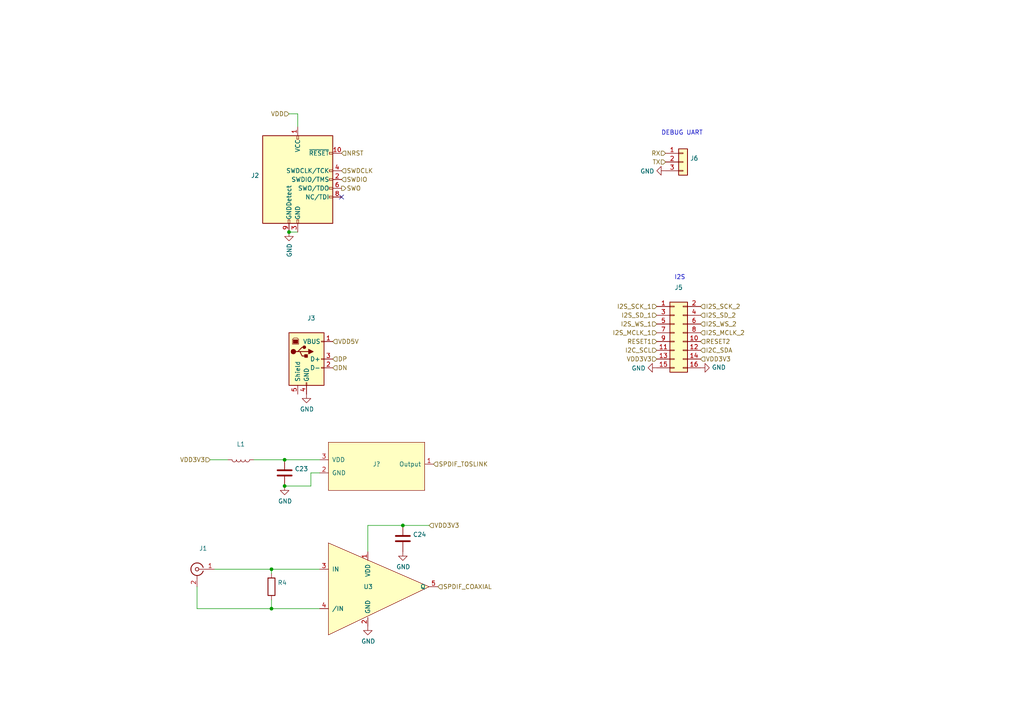
<source format=kicad_sch>
(kicad_sch (version 20211123) (generator eeschema)
  (paper "A4")
  (title_block (title "Connectors"))
  (lib_symbols
    (symbol "Connector:Conn_Coaxial" (pin_names (offset 1.016) hide)
      (property "Reference" "J" (at 0.254 3.048 0))
      (property "Value" "Conn_Coaxial" (at 2.921 0 90))
      (symbol "Conn_Coaxial_0_1"
        (arc (start -1.778 -0.508) (mid 0.2311 -1.8066) (end 1.778 0) (stroke (width 0.254)))
        (polyline (pts (xy -2.54 0) (xy -0.508 0)))
        (polyline (pts (xy 0 -2.54) (xy 0 -1.778)))
        (circle (center 0 0) (radius 0.508) (stroke (width 0.2032)))
        (arc (start 1.778 0) (mid 0.2099 1.8101) (end -1.778 0.508) (stroke (width 0.254)))
      )
      (symbol "Conn_Coaxial_1_1"
        (pin passive line (at -5.08 0 0) (length 2.54) (name "In") (number "1"))
        (pin passive line (at 0 -5.08 90) (length 2.54) (name "Ext") (number "2"))
      )
    )
    (symbol "Connector_Generic:Conn_01x03" (pin_names (offset 1.016) hide)
      (property "Reference" "J" (at 0 5.08 0))
      (property "Value" "Conn_01x03" (at 0 -5.08 0))
      (symbol "Conn_01x03_1_1"
        (rectangle (start -1.27 -2.413) (end 0 -2.667) (stroke (width 0.1524)))
        (rectangle (start -1.27 0.127) (end 0 -0.127) (stroke (width 0.1524)))
        (rectangle (start -1.27 2.667) (end 0 2.413) (stroke (width 0.1524)))
        (rectangle (start -1.27 3.81) (end 1.27 -3.81) (stroke (width 0.254)) (fill (type background)))
        (pin passive line (at -5.08 2.54 0) (length 3.81) (name "Pin_1") (number "1"))
        (pin passive line (at -5.08 0 0) (length 3.81) (name "Pin_2") (number "2"))
        (pin passive line (at -5.08 -2.54 0) (length 3.81) (name "Pin_3") (number "3"))
      )
    )
    (symbol "Connector_Generic:Conn_02x08_Odd_Even" (pin_names (offset 1.016) hide)
      (property "Reference" "J" (at 1.27 10.16 0))
      (property "Value" "Conn_02x08_Odd_Even" (at 1.27 -12.7 0))
      (symbol "Conn_02x08_Odd_Even_1_1"
        (rectangle (start -1.27 -10.033) (end 0 -10.287) (stroke (width 0.1524)))
        (rectangle (start -1.27 -7.493) (end 0 -7.747) (stroke (width 0.1524)))
        (rectangle (start -1.27 -4.953) (end 0 -5.207) (stroke (width 0.1524)))
        (rectangle (start -1.27 -2.413) (end 0 -2.667) (stroke (width 0.1524)))
        (rectangle (start -1.27 0.127) (end 0 -0.127) (stroke (width 0.1524)))
        (rectangle (start -1.27 2.667) (end 0 2.413) (stroke (width 0.1524)))
        (rectangle (start -1.27 5.207) (end 0 4.953) (stroke (width 0.1524)))
        (rectangle (start -1.27 7.747) (end 0 7.493) (stroke (width 0.1524)))
        (rectangle (start -1.27 8.89) (end 3.81 -11.43) (stroke (width 0.254)) (fill (type background)))
        (rectangle (start 3.81 -10.033) (end 2.54 -10.287) (stroke (width 0.1524)))
        (rectangle (start 3.81 -7.493) (end 2.54 -7.747) (stroke (width 0.1524)))
        (rectangle (start 3.81 -4.953) (end 2.54 -5.207) (stroke (width 0.1524)))
        (rectangle (start 3.81 -2.413) (end 2.54 -2.667) (stroke (width 0.1524)))
        (rectangle (start 3.81 0.127) (end 2.54 -0.127) (stroke (width 0.1524)))
        (rectangle (start 3.81 2.667) (end 2.54 2.413) (stroke (width 0.1524)))
        (rectangle (start 3.81 5.207) (end 2.54 4.953) (stroke (width 0.1524)))
        (rectangle (start 3.81 7.747) (end 2.54 7.493) (stroke (width 0.1524)))
        (pin passive line (at -5.08 7.62 0) (length 3.81) (name "Pin_1") (number "1"))
        (pin passive line (at 7.62 -2.54 180) (length 3.81) (name "Pin_10") (number "10"))
        (pin passive line (at -5.08 -5.08 0) (length 3.81) (name "Pin_11") (number "11"))
        (pin passive line (at 7.62 -5.08 180) (length 3.81) (name "Pin_12") (number "12"))
        (pin passive line (at -5.08 -7.62 0) (length 3.81) (name "Pin_13") (number "13"))
        (pin passive line (at 7.62 -7.62 180) (length 3.81) (name "Pin_14") (number "14"))
        (pin passive line (at -5.08 -10.16 0) (length 3.81) (name "Pin_15") (number "15"))
        (pin passive line (at 7.62 -10.16 180) (length 3.81) (name "Pin_16") (number "16"))
        (pin passive line (at 7.62 7.62 180) (length 3.81) (name "Pin_2") (number "2"))
        (pin passive line (at -5.08 5.08 0) (length 3.81) (name "Pin_3") (number "3"))
        (pin passive line (at 7.62 5.08 180) (length 3.81) (name "Pin_4") (number "4"))
        (pin passive line (at -5.08 2.54 0) (length 3.81) (name "Pin_5") (number "5"))
        (pin passive line (at 7.62 2.54 180) (length 3.81) (name "Pin_6") (number "6"))
        (pin passive line (at -5.08 0 0) (length 3.81) (name "Pin_7") (number "7"))
        (pin passive line (at 7.62 0 180) (length 3.81) (name "Pin_8") (number "8"))
        (pin passive line (at -5.08 -2.54 0) (length 3.81) (name "Pin_9") (number "9"))
      )
    )
    (symbol "Device:C" (pin_numbers hide) (pin_names (offset 0.254))
      (property "Reference" "C" (at 0.635 2.54 0))
      (property "Value" "C" (at 0.635 -2.54 0))
      (symbol "C_0_1"
        (polyline (pts (xy -2.032 -0.762) (xy 2.032 -0.762)) (stroke (width 0.508)))
        (polyline (pts (xy -2.032 0.762) (xy 2.032 0.762)) (stroke (width 0.508)))
      )
      (symbol "C_1_1"
        (pin passive line (at 0 3.81 270) (length 2.794) (name "~") (number "1"))
        (pin passive line (at 0 -3.81 90) (length 2.794) (name "~") (number "2"))
      )
    )
    (symbol "Device:L" (pin_numbers hide) (pin_names (offset 1.016) hide)
      (property "Reference" "L" (at -1.27 0 90))
      (property "Value" "L" (at 1.905 0 90))
      (symbol "L_0_1"
        (arc (start 0 -2.54) (mid 0.635 -1.905) (end 0 -1.27))
        (arc (start 0 -1.27) (mid 0.635 -0.635) (end 0 0))
        (arc (start 0 0) (mid 0.635 0.635) (end 0 1.27))
        (arc (start 0 1.27) (mid 0.635 1.905) (end 0 2.54))
      )
      (symbol "L_1_1"
        (pin passive line (at 0 3.81 270) (length 1.27) (name "1") (number "1"))
        (pin passive line (at 0 -3.81 90) (length 1.27) (name "2") (number "2"))
      )
    )
    (symbol "Device:R" (pin_numbers hide) (pin_names (offset 0))
      (property "Reference" "R" (at 2.032 0 90))
      (property "Value" "R" (at 0 0 90))
      (symbol "R_0_1"
        (rectangle (start -1.016 -2.54) (end 1.016 2.54) (stroke (width 0.254)))
      )
      (symbol "R_1_1"
        (pin passive line (at 0 3.81 270) (length 1.27) (name "~") (number "1"))
        (pin passive line (at 0 -3.81 90) (length 1.27) (name "~") (number "2"))
      )
    )
    (symbol "power:GND" (power) (pin_names (offset 0))
      (property "Value" "GND" (at 0 -3.81 0))
      (symbol "GND_0_1"
        (polyline (pts (xy 0 0) (xy 0 -1.27) (xy 1.27 -1.27) (xy 0 -2.54) (xy -1.27 -1.27) (xy 0 -1.27)))
      )
      (symbol "GND_1_1"
        (pin power_in line (at 0 0 270) (length 0) hide (name "GND") (number "1"))
      )
    )
    (symbol "yui-rescue:Conn_ARM_JTAG_SWD_10-Connector" (pin_names (offset 1.016))
      (property "Reference" "J" (at -2.54 16.51 0))
      (property "Value" "Conn_ARM_JTAG_SWD_10-Connector" (at -2.54 13.97 0))
      (symbol "Conn_ARM_JTAG_SWD_10-Connector_0_1"
        (rectangle (start -10.16 12.7) (end 10.16 -12.7) (stroke (width 0.254)) (fill (type background)))
        (rectangle (start -2.794 -12.7) (end -2.286 -11.684))
        (rectangle (start -0.254 -12.7) (end 0.254 -11.684))
        (rectangle (start -0.254 12.7) (end 0.254 11.684))
        (rectangle (start 9.144 2.286) (end 10.16 2.794))
        (rectangle (start 10.16 -2.794) (end 9.144 -2.286))
        (rectangle (start 10.16 -0.254) (end 9.144 0.254))
        (rectangle (start 10.16 7.874) (end 9.144 7.366))
      )
      (symbol "Conn_ARM_JTAG_SWD_10-Connector_1_1"
        (rectangle (start 9.144 -5.334) (end 10.16 -4.826))
        (pin power_in line (at 0 15.24 270) (length 2.54) (name "VCC") (number "1"))
        (pin open_collector line (at 12.7 7.62 180) (length 2.54) (name "~{RESET}") (number "10"))
        (pin bidirectional line (at 12.7 0 180) (length 2.54) (name "SWDIO/TMS") (number "2"))
        (pin power_in line (at 0 -15.24 90) (length 2.54) (name "GND") (number "3"))
        (pin output line (at 12.7 2.54 180) (length 2.54) (name "SWDCLK/TCK") (number "4"))
        (pin passive line (at 0 -15.24 90) (length 2.54) hide (name "GND") (number "5"))
        (pin input line (at 12.7 -2.54 180) (length 2.54) (name "SWO/TDO") (number "6"))
        (pin no_connect line (at -10.16 0 0) (length 2.54) hide (name "KEY") (number "7"))
        (pin output line (at 12.7 -5.08 180) (length 2.54) (name "NC/TDI") (number "8"))
        (pin input line (at -2.54 -15.24 90) (length 2.54) (name "GNDDetect") (number "9"))
      )
    )
    (symbol "yui-rescue:NBA3N012C-LVDS" (pin_names (offset 1.016))
      (property "Reference" "U" (at 0 1.27 0))
      (property "Value" "NBA3N012C-LVDS" (at 0 -1.27 0))
      (symbol "NBA3N012C-LVDS_0_1"
        (polyline (pts (xy -10.16 12.7) (xy -10.16 -13.97) (xy 19.05 0) (xy -10.16 12.7)) (fill (type background)))
      )
      (symbol "NBA3N012C-LVDS_1_1"
        (pin input line (at 1.27 10.16 270) (length 2.54) (name "VDD") (number "1"))
        (pin input line (at 1.27 -11.43 90) (length 2.54) (name "GND") (number "2"))
        (pin input line (at -12.7 5.08 0) (length 2.54) (name "IN") (number "3"))
        (pin input line (at -12.7 -6.35 0) (length 2.54) (name "/IN") (number "4"))
        (pin input line (at 21.59 0 180) (length 2.54) (name "Q") (number "5"))
      )
    )
    (symbol "yui-rescue:PLR135-T9-CONNECTORS" (pin_names (offset 1.016))
      (property "Reference" "J" (at 0 0 0))
      (property "Value" "PLR135-T9-CONNECTORS" (at 0 -5.08 0))
      (symbol "PLR135-T9-CONNECTORS_0_1"
        (rectangle (start -13.97 6.35) (end 13.97 -7.62) (fill (type background)))
      )
      (symbol "PLR135-T9-CONNECTORS_1_0"
        (pin input line (at -16.51 -2.54 0) (length 2.54) (name "GND") (number "2"))
      )
      (symbol "PLR135-T9-CONNECTORS_1_1"
        (pin input line (at 16.51 0 180) (length 2.54) (name "Output") (number "1"))
        (pin input line (at -16.51 1.27 0) (length 2.54) (name "VDD") (number "3"))
      )
    )
    (symbol "yui-rescue:USB_B-Connector" (pin_names (offset 1.016))
      (property "Reference" "J" (at -5.08 11.43 0))
      (property "Value" "USB_B-Connector" (at -5.08 8.89 0))
      (symbol "USB_B-Connector_0_1"
        (rectangle (start -5.08 -7.62) (end 5.08 7.62) (stroke (width 0.254)) (fill (type background)))
        (circle (center -3.81 2.159) (radius 0.635) (stroke (width 0.254)) (fill (type outline)))
        (rectangle (start -3.81 5.588) (end -2.54 4.572) (fill (type outline)))
        (circle (center -0.635 3.429) (radius 0.381) (stroke (width 0.254)) (fill (type outline)))
        (rectangle (start -0.127 -7.62) (end 0.127 -6.858))
        (polyline (pts (xy -1.905 2.159) (xy 0.635 2.159)) (stroke (width 0.254)))
        (polyline (pts (xy -3.175 2.159) (xy -2.54 2.159) (xy -1.27 3.429) (xy -0.635 3.429)) (stroke (width 0.254)))
        (polyline (pts (xy -2.54 2.159) (xy -1.905 2.159) (xy -1.27 0.889) (xy 0 0.889)) (stroke (width 0.254)))
        (polyline (pts (xy 0.635 2.794) (xy 0.635 1.524) (xy 1.905 2.159) (xy 0.635 2.794)) (stroke (width 0.254)) (fill (type outline)))
        (polyline (pts (xy -4.064 4.318) (xy -2.286 4.318) (xy -2.286 5.715) (xy -2.667 6.096) (xy -3.683 6.096) (xy -4.064 5.715) (xy -4.064 4.318)))
        (rectangle (start 0.254 1.27) (end -0.508 0.508) (stroke (width 0.254)) (fill (type outline)))
        (rectangle (start 5.08 -2.667) (end 4.318 -2.413))
        (rectangle (start 5.08 -0.127) (end 4.318 0.127))
        (rectangle (start 5.08 4.953) (end 4.318 5.207))
      )
      (symbol "USB_B-Connector_1_1"
        (pin power_out line (at 7.62 5.08 180) (length 2.54) (name "VBUS") (number "1"))
        (pin passive line (at 7.62 -2.54 180) (length 2.54) (name "D-") (number "2"))
        (pin passive line (at 7.62 0 180) (length 2.54) (name "D+") (number "3"))
        (pin power_out line (at 0 -10.16 90) (length 2.54) (name "GND") (number "4"))
        (pin passive line (at -2.54 -10.16 90) (length 2.54) (name "Shield") (number "5"))
      )
    )
  )
  (junction (at 83.82 67.31))
  (junction (at 116.84 152.4))
  (junction (at 78.74 165.1))
  (junction (at 78.74 176.53))
  (junction (at 82.55 133.35))
  (junction (at 82.55 140.97))
  (no_connect (at 99.06 57.15))
  (wire (pts (xy 78.74 176.53) (xy 92.71 176.53)))
  (wire (pts (xy 124.46 152.4) (xy 116.84 152.4)))
  (wire (pts (xy 78.74 173.99) (xy 78.74 176.53)))
  (wire (pts (xy 60.96 133.35) (xy 66.04 133.35)))
  (wire (pts (xy 86.36 33.02) (xy 86.36 36.83)))
  (wire (pts (xy 82.55 140.97) (xy 90.17 140.97)))
  (wire (pts (xy 83.82 33.02) (xy 86.36 33.02)))
  (wire (pts (xy 82.55 133.35) (xy 73.66 133.35)))
  (wire (pts (xy 116.84 152.4) (xy 106.68 152.4)))
  (wire (pts (xy 106.68 152.4) (xy 106.68 160.02)))
  (wire (pts (xy 57.15 176.53) (xy 78.74 176.53)))
  (wire (pts (xy 92.71 133.35) (xy 82.55 133.35)))
  (wire (pts (xy 83.82 67.31) (xy 86.36 67.31)))
  (wire (pts (xy 78.74 165.1) (xy 92.71 165.1)))
  (wire (pts (xy 57.15 170.18) (xy 57.15 176.53)))
  (wire (pts (xy 62.23 165.1) (xy 78.74 165.1)))
  (wire (pts (xy 90.17 137.16) (xy 92.71 137.16)))
  (wire (pts (xy 78.74 166.37) (xy 78.74 165.1)))
  (wire (pts (xy 90.17 140.97) (xy 90.17 137.16)))
  (text "DEBUG UART" (at 191.77 39.37 0) (effects (font (size 1.27 1.27)) (justify left bottom)))
  (text "I2S" (at 195.58 81.28 0) (effects (font (size 1.27 1.27)) (justify left bottom)))
  (hierarchical_label "I2C_SDA" (shape input) (at 203.2 101.6 0))
  (hierarchical_label "DP" (shape input) (at 96.52 104.14 0))
  (hierarchical_label "I2S_MCLK_2" (shape input) (at 203.2 96.52 0))
  (hierarchical_label "I2S_MCLK_1" (shape input) (at 190.5 96.52 180))
  (hierarchical_label "I2S_SCK_1" (shape input) (at 190.5 88.9 180))
  (hierarchical_label "DN" (shape input) (at 96.52 106.68 0))
  (hierarchical_label "I2S_WS_1" (shape input) (at 190.5 93.98 180))
  (hierarchical_label "VDD3V3" (shape input) (at 190.5 104.14 180))
  (hierarchical_label "TX" (shape input) (at 193.04 46.99 180))
  (hierarchical_label "RX" (shape input) (at 193.04 44.45 180))
  (hierarchical_label "SWDCLK" (shape input) (at 99.06 49.53 0))
  (hierarchical_label "SPDIF_TOSLINK" (shape input) (at 125.73 134.62 0))
  (hierarchical_label "VDD5V" (shape input) (at 96.52 99.06 0))
  (hierarchical_label "I2S_SD_2" (shape input) (at 203.2 91.44 0))
  (hierarchical_label "VDD3V3" (shape input) (at 60.96 133.35 180))
  (hierarchical_label "I2S_SD_1" (shape input) (at 190.5 91.44 180))
  (hierarchical_label "VDD3V3" (shape input) (at 124.46 152.4 0))
  (hierarchical_label "RESET1" (shape input) (at 190.5 99.06 180))
  (hierarchical_label "I2C_SCL" (shape input) (at 190.5 101.6 180))
  (hierarchical_label "SPDIF_COAXIAL" (shape input) (at 127 170.18 0))
  (hierarchical_label "I2S_WS_2" (shape input) (at 203.2 93.98 0))
  (hierarchical_label "VDD3V3" (shape input) (at 203.2 104.14 0))
  (hierarchical_label "I2S_SCK_2" (shape input) (at 203.2 88.9 0))
  (hierarchical_label "RESET2" (shape input) (at 203.2 99.06 0))
  (hierarchical_label "VDD" (shape input) (at 83.82 33.02 180))
  (hierarchical_label "SWO" (shape output) (at 99.06 54.61 0))
  (hierarchical_label "NRST" (shape input) (at 99.06 44.45 0))
  (hierarchical_label "SWDIO" (shape input) (at 99.06 52.07 0))
  (symbol (lib_id "yui-rescue:USB_B-Connector") (at 88.9 104.14 0) (unit 1)
    (property "Reference" "J3" (at 90.297 92.2782 0))
  )
  (symbol (lib_id "power:GND") (at 88.9 114.3 0) (unit 1)
    (property "Reference" "#PWR015" (effects hide))
  )
  (symbol (lib_id "Connector_Generic:Conn_01x03") (at 198.12 46.99 0) (unit 1)
    (property "Reference" "J6" (at 200.152 45.9232 0) (effects (justify left)))
  )
  (symbol (lib_id "power:GND") (at 193.04 49.53 270) (unit 1)
    (property "Reference" "#PWR019" (effects hide))
  )
  (symbol (lib_id "power:GND") (at 83.82 67.31 0) (unit 1)
    (property "Reference" "#PWR014" (effects hide))
  )
  (symbol (lib_id "yui-rescue:PLR135-T9-CONNECTORS") (at 109.22 134.62 0) (unit 1)
    (property "Reference" "J?" (at 109.22 134.62 0))
    (property "Datasheet" "https://www.mouser.de/datasheet/2/143/PLR135_T9_datasheet-28766.pdf" (effects hide))
  )
  (symbol (lib_id "power:GND") (at 82.55 140.97 0) (unit 1)
    (property "Reference" "#PWR013" (effects hide))
  )
  (symbol (lib_id "Device:C") (at 82.55 137.16 0) (unit 1)
    (property "Reference" "C23" (at 85.471 135.9916 0) (effects (justify left)))
  )
  (symbol (lib_id "Device:L") (at 69.85 133.35 270) (unit 1)
    (property "Reference" "L1" (at 69.85 128.8288 90))
    (property "Datasheet" "https://www.mouser.de/datasheet/2/400/nductor_commercial_decoupling_mlz2012_en-918301.pdf" (effects hide))
  )
  (symbol (lib_id "yui-rescue:NBA3N012C-LVDS") (at 105.41 170.18 0) (unit 1)
    (property "Reference" "U3" (at 105.41 170.18 0) (effects (justify left)))
    (property "Datasheet" "https://www.mouser.de/datasheet/2/308/NBA3N012C-D-1103680.pdf" (effects hide))
  )
  (symbol (lib_id "Device:R") (at 78.74 170.18 0) (unit 1)
    (property "Reference" "R4" (at 80.518 169.0116 0) (effects (justify left)))
  )
  (symbol (lib_id "Device:C") (at 116.84 156.21 0) (unit 1)
    (property "Reference" "C24" (at 119.761 155.0416 0) (effects (justify left)))
  )
  (symbol (lib_id "power:GND") (at 116.84 160.02 0) (unit 1)
    (property "Reference" "#PWR017" (effects hide))
  )
  (symbol (lib_id "power:GND") (at 106.68 181.61 0) (unit 1)
    (property "Reference" "#PWR016" (effects hide))
  )
  (symbol (lib_id "Connector:Conn_Coaxial") (at 57.15 165.1 0) (mirror y) (unit 1)
    (property "Reference" "J1" (at 58.928 159.0548 0))
    (property "Datasheet" "https://www.cui.com/product/resource/pdf/rcj-01x.pdf" (effects hide))
  )
  (symbol (lib_id "power:GND") (at 203.2 106.68 90) (unit 1)
    (property "Reference" "#PWR020" (effects hide))
  )
  (symbol (lib_id "power:GND") (at 190.5 106.68 270) (unit 1)
    (property "Reference" "#PWR018" (effects hide))
  )
  (symbol (lib_id "Connector_Generic:Conn_02x08_Odd_Even") (at 195.58 96.52 0) (unit 1)
    (property "Reference" "J5" (at 196.85 83.3882 0))
  )
  (symbol (lib_id "yui-rescue:Conn_ARM_JTAG_SWD_10-Connector") (at 86.36 52.07 0) (unit 1)
    (property "Reference" "J2" (at 75.184 50.9016 0) (effects (justify right)))
    (property "Datasheet" "http://infocenter.arm.com/help/topic/com.arm.doc.faqs/attached/13634/cortex_debug_connectors.pdf" (effects hide))
  )
)
</source>
